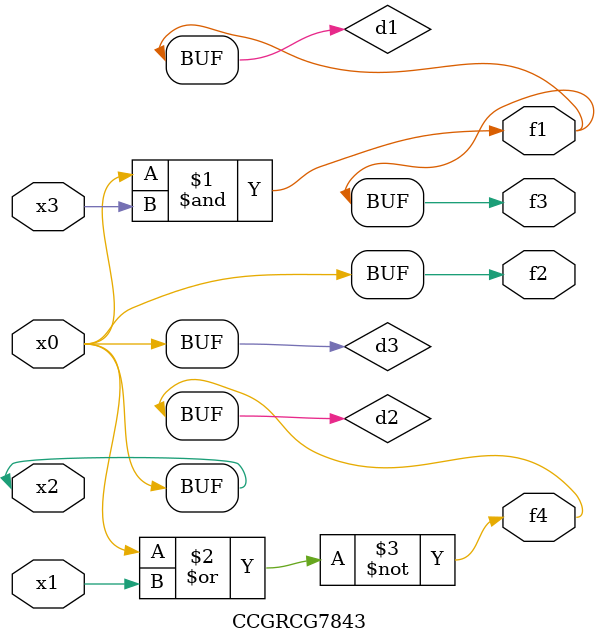
<source format=v>
module CCGRCG7843(
	input x0, x1, x2, x3,
	output f1, f2, f3, f4
);

	wire d1, d2, d3;

	and (d1, x2, x3);
	nor (d2, x0, x1);
	buf (d3, x0, x2);
	assign f1 = d1;
	assign f2 = d3;
	assign f3 = d1;
	assign f4 = d2;
endmodule

</source>
